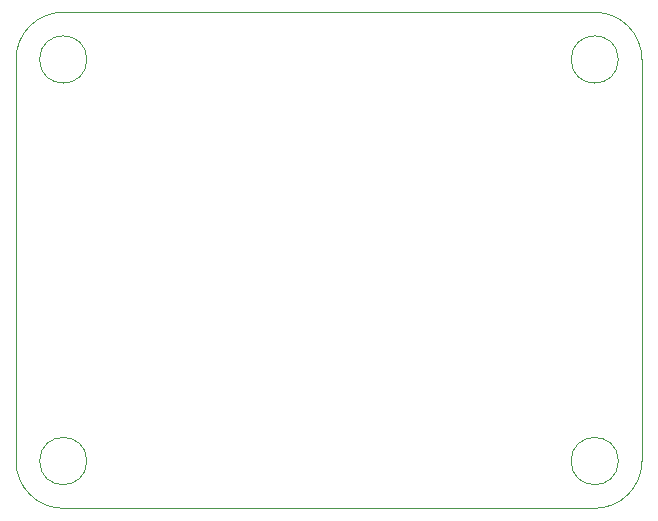
<source format=gbr>
%TF.GenerationSoftware,KiCad,Pcbnew,5.1.6-c6e7f7d~87~ubuntu18.04.1*%
%TF.CreationDate,2021-08-18T14:30:19+12:00*%
%TF.ProjectId,Output and Rail Splitter,4f757470-7574-4206-916e-64205261696c,rev?*%
%TF.SameCoordinates,Original*%
%TF.FileFunction,Profile,NP*%
%FSLAX46Y46*%
G04 Gerber Fmt 4.6, Leading zero omitted, Abs format (unit mm)*
G04 Created by KiCad (PCBNEW 5.1.6-c6e7f7d~87~ubuntu18.04.1) date 2021-08-18 14:30:19*
%MOMM*%
%LPD*%
G01*
G04 APERTURE LIST*
%TA.AperFunction,Profile*%
%ADD10C,0.050000*%
%TD*%
G04 APERTURE END LIST*
D10*
X85000000Y-100000000D02*
G75*
G03*
X85000000Y-100000000I-2000000J0D01*
G01*
X85000000Y-134000000D02*
G75*
G03*
X85000000Y-134000000I-2000000J0D01*
G01*
X130000000Y-134000000D02*
G75*
G03*
X130000000Y-134000000I-2000000J0D01*
G01*
X130000000Y-100000000D02*
G75*
G03*
X130000000Y-100000000I-2000000J0D01*
G01*
X128000000Y-96000000D02*
X83000000Y-96000000D01*
X79000000Y-134000000D02*
X79000000Y-100000000D01*
X128000000Y-138000000D02*
X83000000Y-138000000D01*
X132000000Y-100000000D02*
X132000000Y-134000000D01*
X128000000Y-96000000D02*
G75*
G02*
X132000000Y-100000000I0J-4000000D01*
G01*
X132000000Y-134000000D02*
G75*
G02*
X128000000Y-138000000I-4000000J0D01*
G01*
X83000000Y-138000000D02*
G75*
G02*
X79000000Y-134000000I0J4000000D01*
G01*
X79000000Y-100000000D02*
G75*
G02*
X83000000Y-96000000I4000000J0D01*
G01*
M02*

</source>
